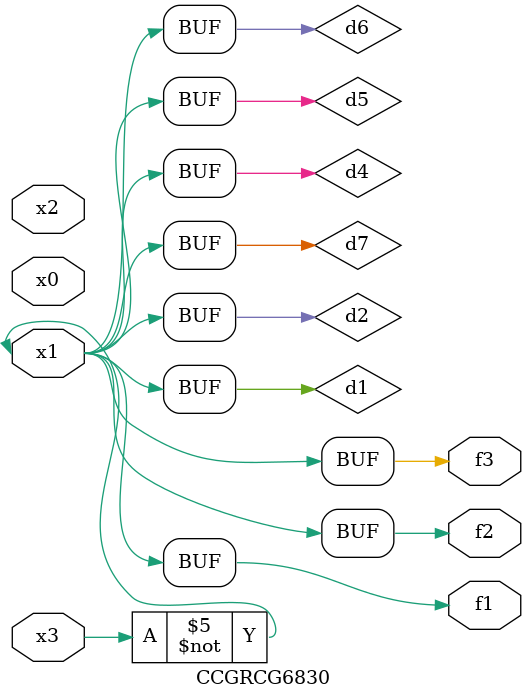
<source format=v>
module CCGRCG6830(
	input x0, x1, x2, x3,
	output f1, f2, f3
);

	wire d1, d2, d3, d4, d5, d6, d7;

	not (d1, x3);
	buf (d2, x1);
	xnor (d3, d1, d2);
	nor (d4, d1);
	buf (d5, d1, d2);
	buf (d6, d4, d5);
	nand (d7, d4);
	assign f1 = d6;
	assign f2 = d7;
	assign f3 = d6;
endmodule

</source>
